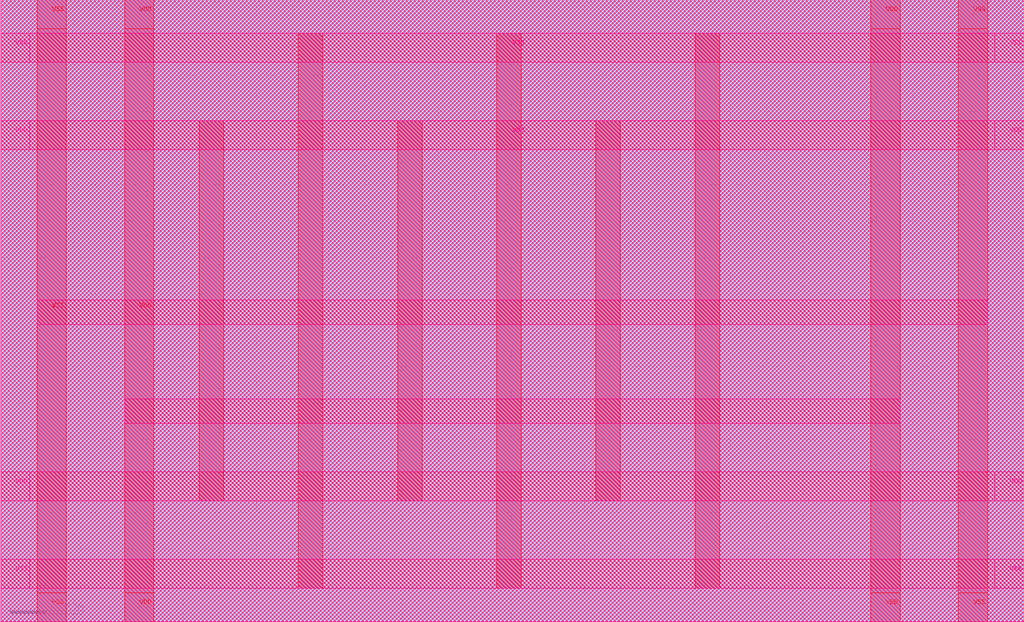
<source format=lef>
###############################################################
#  Generated by:      Cadence Innovus 20.13-s083_1
#  OS:                Linux x86_64(Host ID rice-503-20-north)
#  Generated on:      Tue May 17 01:02:42 2022
#  Design:            ringosc
#  Command:           write_lef_abstract -specifyTopLayer 6 -PGPinLayers {5 6} -noCutObs -stripePin results/ringosc.lef
###############################################################

VERSION 5.8 ;

BUSBITCHARS "[]" ;
DIVIDERCHAR "/" ;

MACRO ringosc
  CLASS BLOCK ;
  SIZE 140.300000 BY 85.340000 ;
  FOREIGN ringosc 0.000000 0.000000 ;
  ORIGIN 0 0 ;
  SYMMETRY X Y R90 ;
  PIN VSS
    DIRECTION INOUT ;
    USE GROUND ;
    PORT
      LAYER met5 ;
        RECT 136.300000 76.760000 140.300000 80.760000 ;
    END
    PORT
      LAYER met5 ;
        RECT 0.000000 76.760000 4.000000 80.760000 ;
    END
    PORT
      LAYER met5 ;
        RECT 136.300000 4.560000 140.300000 8.560000 ;
    END
    PORT
      LAYER met5 ;
        RECT 0.000000 4.560000 4.000000 8.560000 ;
    END
    PORT
      LAYER met4 ;
        RECT 131.300000 81.340000 135.300000 85.340000 ;
    END
    PORT
      LAYER met4 ;
        RECT 131.300000 0.000000 135.300000 4.000000 ;
    END
    PORT
      LAYER met4 ;
        RECT 4.980000 81.340000 8.980000 85.340000 ;
    END
    PORT
      LAYER met4 ;
        RECT 4.980000 0.000000 8.980000 4.000000 ;
    END

# P/G power stripe data as pin
    PORT
      LAYER met4 ;
        RECT 95.200000 4.560000 98.560000 80.760000 ;
        RECT 68.000000 4.560000 71.360000 80.760000 ;
        RECT 40.800000 4.560000 44.160000 80.760000 ;
        RECT 131.300000 0.000000 135.300000 85.340000 ;
        RECT 4.980000 0.000000 8.980000 85.340000 ;
      LAYER met5 ;
        RECT 4.980000 40.800000 135.300000 44.160000 ;
        RECT 0.000000 4.560000 140.300000 8.560000 ;
        RECT 0.000000 76.760000 140.300000 80.760000 ;
    END
# end of P/G power stripe data as pin

  END VSS
  PIN VDD
    DIRECTION INOUT ;
    USE POWER ;
    PORT
      LAYER met5 ;
        RECT 136.300000 64.760000 140.300000 68.760000 ;
    END
    PORT
      LAYER met5 ;
        RECT 0.000000 64.760000 4.000000 68.760000 ;
    END
    PORT
      LAYER met5 ;
        RECT 136.300000 16.560000 140.300000 20.560000 ;
    END
    PORT
      LAYER met5 ;
        RECT 0.000000 16.560000 4.000000 20.560000 ;
    END
    PORT
      LAYER met4 ;
        RECT 119.300000 81.340000 123.300000 85.340000 ;
    END
    PORT
      LAYER met4 ;
        RECT 119.300000 0.000000 123.300000 4.000000 ;
    END
    PORT
      LAYER met4 ;
        RECT 16.980000 81.340000 20.980000 85.340000 ;
    END
    PORT
      LAYER met4 ;
        RECT 16.980000 0.000000 20.980000 4.000000 ;
    END

# P/G power stripe data as pin
    PORT
      LAYER met4 ;
        RECT 81.600000 16.560000 84.960000 68.760000 ;
        RECT 54.400000 16.560000 57.760000 68.760000 ;
        RECT 27.200000 16.560000 30.560000 68.760000 ;
        RECT 119.300000 0.000000 123.300000 85.340000 ;
        RECT 16.980000 0.000000 20.980000 85.340000 ;
      LAYER met5 ;
        RECT 16.980000 27.200000 123.300000 30.560000 ;
        RECT 0.000000 16.560000 140.300000 20.560000 ;
        RECT 0.000000 64.760000 140.300000 68.760000 ;
    END
# end of P/G power stripe data as pin

  END VDD
  OBS
    LAYER li1 ;
      RECT 0.000000 0.000000 140.300000 85.340000 ;
    LAYER met1 ;
      RECT 0.000000 0.000000 140.300000 85.340000 ;
    LAYER met2 ;
      RECT 0.000000 0.000000 140.300000 85.340000 ;
    LAYER met3 ;
      RECT 0.000000 0.000000 140.300000 85.340000 ;
    LAYER met4 ;
      RECT 0.000000 0.000000 140.300000 85.340000 ;
    LAYER met5 ;
      RECT 0.000000 0.000000 140.300000 85.340000 ;
  END
END ringosc

END LIBRARY

</source>
